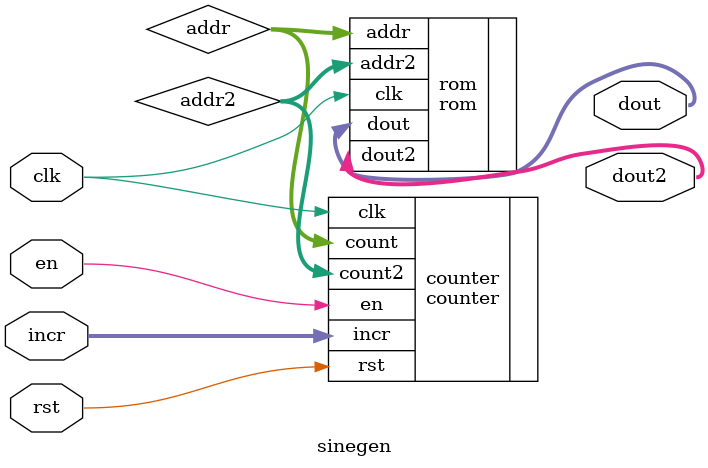
<source format=sv>
module sinegen #(
    parameter A_WIDTH = 8,
              D_WIDTH = 8
)(
    input  logic clk,
    input  logic rst,
    input  logic en,
    input  logic [A_WIDTH-1:0] incr,
    output logic [D_WIDTH-1:0] dout,
    output logic [D_WIDTH-1:0] dout2
);

    logic [A_WIDTH-1:0] addr;
    logic [A_WIDTH-1:0] addr2;

counter counter (
    .clk    (clk),
    .rst    (rst),
    .en     (en),
    .incr   (incr),
    .count  (addr),
    .count2 (addr2)
);

rom rom (
    .clk   (clk),
    .addr  (addr),
    .addr2 (addr2),
    .dout  (dout),
    .dout2 (dout2)
);

endmodule

</source>
